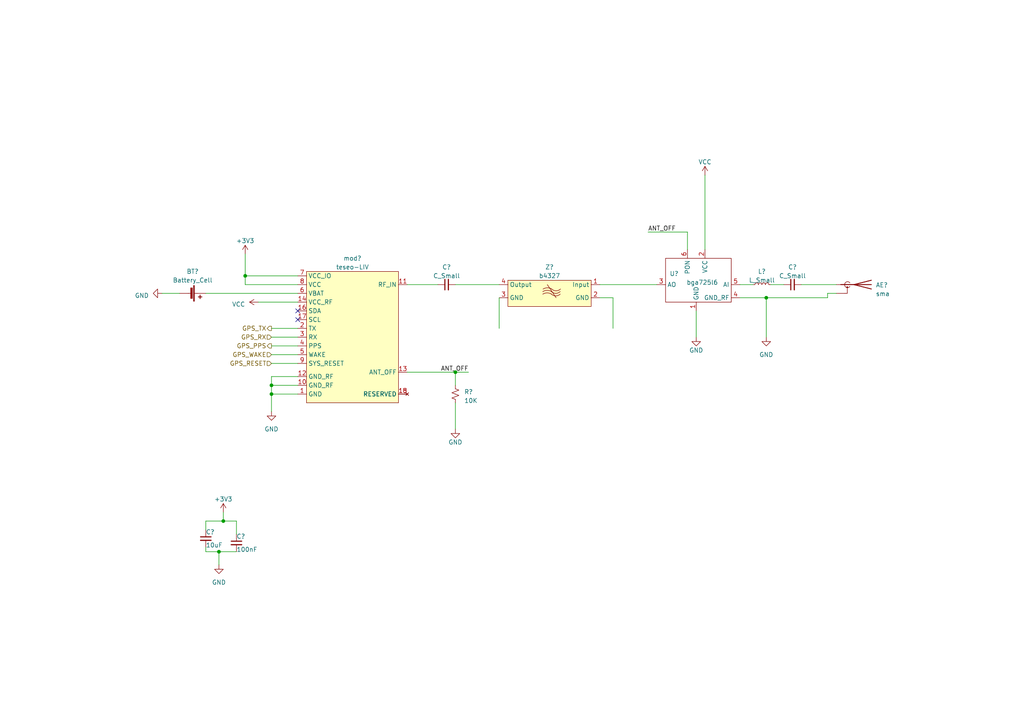
<source format=kicad_sch>
(kicad_sch (version 20210126) (generator eeschema)
  (paper "A4")
  (title_block (title "Asset tracker") (date "2021-04-22") (rev "V0") (company "eurocircutis"))
  (lib_symbols
    (symbol "Device:Antenna_Shield" (pin_numbers hide) (pin_names (offset 1.016) hide)
      (property "Reference" "AE" (at -1.905 4.445 0))
      (property "Value" "Antenna_Shield" (at -1.905 2.54 0))
      (symbol "Antenna_Shield_0_1"
        (arc (start 0 -2.667) (end -0.508 -1.143) (radius (at -0.0254 -1.8542) (length 0.8128) (angles -88.2 124.2)))
        (arc (start 0 -2.667) (end 0.508 -1.143) (radius (at 0.0254 -1.8542) (length 0.8128) (angles -91.8 55.8)))
        (circle (center 0.762 -1.905) (radius 0.1778) (fill (type outline)))
        (polyline (pts (xy 0 -2.54) (xy 0 0)))
        (polyline (pts (xy 0 5.08) (xy 0 -3.81)) (stroke (width 0.254)))
        (polyline (pts (xy 0.762 -1.905) (xy 2.54 -1.905)))
        (polyline (pts (xy 2.54 -2.54) (xy 2.54 -1.905)))
        (polyline (pts (xy 1.27 5.08) (xy 0 0) (xy -1.27 5.08)) (stroke (width 0.254)))
      )
      (symbol "Antenna_Shield_1_1"
        (pin input line (at 0 -5.08 90) (length 2.54) (name "A") (number "1"))
        (pin input line (at 2.54 -5.08 90) (length 2.54) (name "Shield") (number "2"))
      )
    )
    (symbol "Device:Battery_Cell" (pin_numbers hide) (pin_names (offset 0) hide)
      (property "Reference" "BT" (at 2.54 2.54 0))
      (property "Value" "Battery_Cell" (at 2.54 0 0))
      (symbol "Battery_Cell_0_1"
        (rectangle (start -2.286 1.778) (end 2.286 1.524) (fill (type outline)))
        (rectangle (start -1.5748 1.1938) (end 1.4732 0.6858) (fill (type outline)))
        (polyline (pts (xy 0 0.762) (xy 0 0)))
        (polyline (pts (xy 0 1.778) (xy 0 2.54)))
        (polyline (pts (xy 0.508 3.429) (xy 1.524 3.429)) (stroke (width 0.254)))
        (polyline (pts (xy 1.016 3.937) (xy 1.016 2.921)) (stroke (width 0.254)))
      )
      (symbol "Battery_Cell_1_1"
        (pin passive line (at 0 5.08 270) (length 2.54) (name "+") (number "1"))
        (pin passive line (at 0 -2.54 90) (length 2.54) (name "-") (number "2"))
      )
    )
    (symbol "Device:C_Small" (pin_numbers hide) (pin_names (offset 0.254) hide)
      (property "Reference" "C" (at 0.254 1.778 0))
      (property "Value" "C_Small" (at 0.254 -2.032 0))
      (symbol "C_Small_0_1"
        (polyline (pts (xy -1.524 -0.508) (xy 1.524 -0.508)) (stroke (width 0.3302)))
        (polyline (pts (xy -1.524 0.508) (xy 1.524 0.508)) (stroke (width 0.3048)))
      )
      (symbol "C_Small_1_1"
        (pin passive line (at 0 2.54 270) (length 2.032) (name "~") (number "1"))
        (pin passive line (at 0 -2.54 90) (length 2.032) (name "~") (number "2"))
      )
    )
    (symbol "Device:L_Small" (pin_numbers hide) (pin_names (offset 0.254) hide)
      (property "Reference" "L" (at 0.762 1.016 0))
      (property "Value" "L_Small" (at 0.762 -1.016 0))
      (symbol "L_Small_0_1"
        (arc (start 0 -2.032) (end 0 -1.016) (radius (at 0 -1.524) (length 0.508) (angles -89.9 89.9)))
        (arc (start 0 -1.016) (end 0 0) (radius (at 0 -0.508) (length 0.508) (angles -89.9 89.9)))
        (arc (start 0 0) (end 0 1.016) (radius (at 0 0.508) (length 0.508) (angles -89.9 89.9)))
        (arc (start 0 1.016) (end 0 2.032) (radius (at 0 1.524) (length 0.508) (angles -89.9 89.9)))
      )
      (symbol "L_Small_1_1"
        (pin passive line (at 0 2.54 270) (length 0.508) (name "~") (number "1"))
        (pin passive line (at 0 -2.54 90) (length 0.508) (name "~") (number "2"))
      )
    )
    (symbol "Device:R_Small_US" (pin_numbers hide) (pin_names (offset 0.254) hide)
      (property "Reference" "R" (at 0.762 0.508 0))
      (property "Value" "R_Small_US" (at 0.762 -1.016 0))
      (symbol "R_Small_US_1_1"
        (polyline (pts (xy 0 0) (xy 1.016 -0.381) (xy 0 -0.762) (xy -1.016 -1.143) (xy 0 -1.524)))
        (polyline (pts (xy 0 1.524) (xy 1.016 1.143) (xy 0 0.762) (xy -1.016 0.381) (xy 0 0)))
        (pin passive line (at 0 2.54 270) (length 1.016) (name "~") (number "1"))
        (pin passive line (at 0 -2.54 90) (length 1.016) (name "~") (number "2"))
      )
    )
    (symbol "Halfgelijders:bga725l6"
      (property "Reference" "U" (at -8.89 6.35 0))
      (property "Value" "bga725l6" (at -1.27 1.27 0))
      (symbol "bga725l6_0_1"
        (rectangle (start -10.16 7.62) (end 8.89 -5.08) (stroke (width 0.1524)))
      )
      (symbol "bga725l6_1_1"
        (pin power_out line (at 0 -7.62 90) (length 2.54) (name "GND") (number "1"))
        (pin power_in line (at -2.54 10.16 270) (length 2.54) (name "VCC") (number "2"))
        (pin output line (at 11.43 0 180) (length 2.54) (name "AO") (number "3"))
        (pin power_out line (at -12.7 -3.81 0) (length 2.54) (name "GND_RF") (number "4"))
        (pin input line (at -12.7 0 0) (length 2.54) (name "AI") (number "5"))
        (pin output line (at 2.54 10.16 270) (length 2.54) (name "PON") (number "6"))
      )
    )
    (symbol "modulles:teseo-LIV"
      (property "Reference" "mod" (at 12.7 -16.51 0))
      (property "Value" "teseo-LIV" (at 12.7 -21.59 0))
      (symbol "teseo-LIV_0_1"
        (rectangle (start 0 1.27) (end 26.67 -36.83) (stroke (width 0.1524)) (fill (type background)))
      )
      (symbol "teseo-LIV_1_1"
        (pin power_out line (at -2.54 -34.29 0) (length 2.54) (name "GND") (number "1"))
        (pin power_out line (at -2.54 -31.75 0) (length 2.54) (name "GND_RF") (number "10"))
        (pin input line (at 29.21 -2.54 180) (length 2.54) (name "RF_IN") (number "11"))
        (pin power_out line (at -2.54 -29.21 0) (length 2.54) (name "GND_RF") (number "12"))
        (pin output line (at 29.21 -27.94 180) (length 2.54) (name "ANT_OFF") (number "13"))
        (pin power_in line (at -2.54 -7.62 0) (length 2.54) (name "VCC_RF") (number "14"))
        (pin no_connect line (at 29.21 -34.29 180) (length 2.54) (name "RESERVED") (number "15"))
        (pin bidirectional line (at -2.54 -10.16 0) (length 2.54) (name "SDA") (number "16"))
        (pin bidirectional line (at -2.54 -12.7 0) (length 2.54) (name "SCL") (number "17"))
        (pin no_connect line (at 29.21 -34.29 180) (length 2.54) (name "RESERVED") (number "18"))
        (pin output line (at -2.54 -15.24 0) (length 2.54) (name "TX") (number "2"))
        (pin input line (at -2.54 -17.78 0) (length 2.54) (name "RX") (number "3"))
        (pin output line (at -2.54 -20.32 0) (length 2.54) (name "PPS") (number "4"))
        (pin input line (at -2.54 -22.86 0) (length 2.54) (name "WAKE") (number "5"))
        (pin power_in line (at -2.54 -5.08 0) (length 2.54) (name "VBAT") (number "6"))
        (pin power_in line (at -2.54 0 0) (length 2.54) (name "VCC_IO") (number "7"))
        (pin power_in line (at -2.54 -2.54 0) (length 2.54) (name "VCC") (number "8"))
        (pin input line (at -2.54 -25.4 0) (length 2.54) (name "SYS_RESET") (number "9"))
      )
    )
    (symbol "power:+3V3" (power) (pin_names (offset 0))
      (property "Value" "+3V3" (at 0 3.556 0))
      (symbol "+3V3_0_1"
        (polyline (pts (xy -0.762 1.27) (xy 0 2.54)))
        (polyline (pts (xy 0 0) (xy 0 2.54)))
        (polyline (pts (xy 0 2.54) (xy 0.762 1.27)))
      )
      (symbol "+3V3_1_1"
        (pin power_in line (at 0 0 90) (length 0) hide (name "+3V3") (number "1"))
      )
    )
    (symbol "power:GND" (power) (pin_names (offset 0))
      (property "Value" "GND" (at 0 -3.81 0))
      (symbol "GND_0_1"
        (polyline (pts (xy 0 0) (xy 0 -1.27) (xy 1.27 -1.27) (xy 0 -2.54) (xy -1.27 -1.27) (xy 0 -1.27)))
      )
      (symbol "GND_1_1"
        (pin power_in line (at 0 0 270) (length 0) hide (name "GND") (number "1"))
      )
    )
    (symbol "power:VCC" (power) (pin_names (offset 0))
      (property "Value" "VCC" (at 0 3.81 0))
      (symbol "VCC_0_1"
        (polyline (pts (xy -0.762 1.27) (xy 0 2.54)))
        (polyline (pts (xy 0 0) (xy 0 2.54)))
        (polyline (pts (xy 0 2.54) (xy 0.762 1.27)))
      )
      (symbol "VCC_1_1"
        (pin power_in line (at 0 0 90) (length 0) hide (name "VCC") (number "1"))
      )
    )
    (symbol "vanalles:b4327"
      (property "Reference" "Z" (at 0 7.62 0))
      (property "Value" "b4327" (at 0 3.81 0))
      (symbol "b4327_0_1"
        (arc (start -2.54 -1.27) (end 0 -1.27) (radius (at -1.27 0.0001) (length 1.7961) (angles -135 -45)) (stroke (width 0.1524)))
        (arc (start -2.4638 -2.7433) (end 0.0762 -2.7433) (radius (at -1.1938 -1.4732) (length 1.7961) (angles -135 -45)) (stroke (width 0.1524)))
        (arc (start -2.4638 -2.0067) (end 0.0762 -2.0067) (radius (at -1.1938 -0.7366) (length 1.7961) (angles -135 -45)) (stroke (width 0.1524)))
        (arc (start -0.0254 -1.2958) (end 2.5146 -1.2958) (radius (at 1.2446 -3.302) (length 2.3744) (angles 122.3 57.7)) (stroke (width 0.1524)))
        (arc (start 0.0508 -2.7691) (end 2.5908 -2.7691) (radius (at 1.3208 -4.7753) (length 2.3744) (angles 122.3 57.7)) (stroke (width 0.1524)))
        (arc (start 0.0508 -2.0325) (end 2.5908 -2.0325) (radius (at 1.3208 -4.0387) (length 2.3744) (angles 122.3 57.7)) (stroke (width 0.1524)))
        (rectangle (start -11.43 1.27) (end 12.7 -6.35) (stroke (width 0.1524)) (fill (type background)))
        (polyline (pts (xy 1.27 0) (xy -1.27 -3.81)) (stroke (width 0.1524)))
      )
      (symbol "b4327_1_1"
        (pin input line (at -13.97 0 0) (length 2.54) (name "Input") (number "1"))
        (pin power_out line (at -13.97 -3.81 0) (length 2.54) (name "GND") (number "2"))
        (pin power_out line (at 15.24 -3.81 180) (length 2.54) (name "GND") (number "3"))
        (pin output line (at 15.24 0 180) (length 2.54) (name "Output") (number "4"))
        (pin power_out line (at -13.97 -3.81 0) (length 2.54) hide (name "GND") (number "5"))
      )
    )
  )
  (junction (at 63.5 160.02) (diameter 0.9144))
  (junction (at 64.77 151.13) (diameter 0.9144))
  (junction (at 71.12 80.01) (diameter 0.9144))
  (junction (at 78.74 111.76) (diameter 0.9144))
  (junction (at 78.74 114.3) (diameter 0.9144))
  (junction (at 132.08 107.95) (diameter 0.9144))
  (junction (at 222.25 86.36) (diameter 0.9144))
  (no_connect (at 86.36 90.17))
  (no_connect (at 86.36 92.71))
  (wire (pts (xy 46.99 85.09) (xy 52.07 85.09)))
  (wire (pts (xy 59.69 85.09) (xy 86.36 85.09)))
  (wire (pts (xy 59.69 151.13) (xy 59.69 153.67)))
  (wire (pts (xy 59.69 151.13) (xy 64.77 151.13)))
  (wire (pts (xy 59.69 158.75) (xy 59.69 160.02)))
  (wire (pts (xy 59.69 160.02) (xy 63.5 160.02)))
  (wire (pts (xy 63.5 160.02) (xy 68.58 160.02)))
  (wire (pts (xy 63.5 163.83) (xy 63.5 160.02)))
  (wire (pts (xy 64.77 148.59) (xy 64.77 151.13)))
  (wire (pts (xy 64.77 151.13) (xy 68.58 151.13)))
  (wire (pts (xy 68.58 151.13) (xy 68.58 154.94)))
  (wire (pts (xy 71.12 73.66) (xy 71.12 80.01)))
  (wire (pts (xy 71.12 80.01) (xy 71.12 82.55)))
  (wire (pts (xy 71.12 82.55) (xy 86.36 82.55)))
  (wire (pts (xy 74.93 87.63) (xy 86.36 87.63)))
  (wire (pts (xy 78.74 95.25) (xy 86.36 95.25)))
  (wire (pts (xy 78.74 97.79) (xy 86.36 97.79)))
  (wire (pts (xy 78.74 100.33) (xy 86.36 100.33)))
  (wire (pts (xy 78.74 102.87) (xy 86.36 102.87)))
  (wire (pts (xy 78.74 105.41) (xy 86.36 105.41)))
  (wire (pts (xy 78.74 109.22) (xy 86.36 109.22)))
  (wire (pts (xy 78.74 111.76) (xy 78.74 109.22)))
  (wire (pts (xy 78.74 111.76) (xy 86.36 111.76)))
  (wire (pts (xy 78.74 114.3) (xy 78.74 111.76)))
  (wire (pts (xy 78.74 114.3) (xy 86.36 114.3)))
  (wire (pts (xy 78.74 119.38) (xy 78.74 114.3)))
  (wire (pts (xy 86.36 80.01) (xy 71.12 80.01)))
  (wire (pts (xy 118.11 82.55) (xy 127 82.55)))
  (wire (pts (xy 118.11 107.95) (xy 132.08 107.95)))
  (wire (pts (xy 132.08 82.55) (xy 144.78 82.55)))
  (wire (pts (xy 132.08 107.95) (xy 132.08 111.76)))
  (wire (pts (xy 132.08 107.95) (xy 135.89 107.95)))
  (wire (pts (xy 132.08 116.84) (xy 132.08 124.46)))
  (wire (pts (xy 144.78 86.36) (xy 144.78 95.25)))
  (wire (pts (xy 173.99 82.55) (xy 190.5 82.55)))
  (wire (pts (xy 177.8 86.36) (xy 173.99 86.36)))
  (wire (pts (xy 177.8 95.25) (xy 177.8 86.36)))
  (wire (pts (xy 187.96 67.31) (xy 199.39 67.31)))
  (wire (pts (xy 199.39 72.39) (xy 199.39 67.31)))
  (wire (pts (xy 201.93 90.17) (xy 201.93 97.79)))
  (wire (pts (xy 204.47 50.8) (xy 204.47 72.39)))
  (wire (pts (xy 214.63 82.55) (xy 218.44 82.55)))
  (wire (pts (xy 222.25 86.36) (xy 214.63 86.36)))
  (wire (pts (xy 222.25 86.36) (xy 222.25 97.79)))
  (wire (pts (xy 223.52 82.55) (xy 227.33 82.55)))
  (wire (pts (xy 232.41 82.55) (xy 242.57 82.55)))
  (wire (pts (xy 240.03 85.09) (xy 240.03 86.36)))
  (wire (pts (xy 240.03 86.36) (xy 222.25 86.36)))
  (wire (pts (xy 242.57 85.09) (xy 240.03 85.09)))
  (label "ANT_OFF" (at 135.89 107.95 180))
  (label "ANT_OFF" (at 187.96 67.31 0))
  (hierarchical_label "GPS_TX" (shape output) (at 78.74 95.25 180))
  (hierarchical_label "GPS_RX" (shape input) (at 78.74 97.79 180))
  (hierarchical_label "GPS_PPS" (shape output) (at 78.74 100.33 180))
  (hierarchical_label "GPS_WAKE" (shape input) (at 78.74 102.87 180))
  (hierarchical_label "GPS_RESET" (shape input) (at 78.74 105.41 180))
  (symbol (lib_id "power:+3V3") (at 64.77 148.59 0) (unit 1)
    (property "Reference" "#PWR?" (effects hide))
    (property "Value" "+3V3" (at 64.77 144.78 0))
  )
  (symbol (lib_id "power:+3V3") (at 71.12 73.66 0) (unit 1)
    (property "Reference" "#PWR0108" (effects hide))
    (property "Value" "+3V3" (at 71.12 69.85 0))
  )
  (symbol (lib_id "power:VCC") (at 74.93 87.63 90) (unit 1)
    (property "Reference" "#PWR0109" (effects hide))
    (property "Value" "VCC" (at 71.12 88.2649 90) (effects (justify left)))
  )
  (symbol (lib_id "power:VCC") (at 204.47 50.8 0) (unit 1)
    (property "Reference" "#PWR0112" (effects hide))
    (property "Value" "VCC" (at 204.47 46.99 0))
  )
  (symbol (lib_id "Device:L_Small") (at 220.98 82.55 90) (unit 1)
    (property "Reference" "L?" (at 220.98 78.74 90))
    (property "Value" "L_Small" (at 220.98 81.28 90))
  )
  (symbol (lib_id "power:GND") (at 46.99 85.09 270) (unit 1)
    (property "Reference" "#PWR0107" (effects hide))
    (property "Value" "GND" (at 43.18 85.7249 90) (effects (justify right)))
  )
  (symbol (lib_id "power:GND") (at 63.5 163.83 0) (unit 1)
    (property "Reference" "#PWR?" (effects hide))
    (property "Value" "GND" (at 63.5 168.91 0))
  )
  (symbol (lib_id "power:GND") (at 78.74 119.38 0) (unit 1)
    (property "Reference" "#PWR0110" (effects hide))
    (property "Value" "GND" (at 78.74 124.46 0))
  )
  (symbol (lib_id "power:GND") (at 132.08 124.46 0) (unit 1)
    (property "Reference" "#PWR?" (effects hide))
    (property "Value" "GND" (at 132.08 128.27 0))
  )
  (symbol (lib_id "power:GND") (at 201.93 97.79 0) (unit 1)
    (property "Reference" "#PWR0114" (effects hide))
    (property "Value" "GND" (at 201.93 101.6 0))
  )
  (symbol (lib_id "power:GND") (at 222.25 97.79 0) (unit 1)
    (property "Reference" "#PWR0115" (effects hide))
    (property "Value" "GND" (at 222.25 102.87 0))
  )
  (symbol (lib_id "Device:R_Small_US") (at 132.08 114.3 0) (unit 1)
    (property "Reference" "R?" (at 134.62 113.6649 0) (effects (justify left)))
    (property "Value" "10K" (at 134.62 116.2049 0) (effects (justify left)))
  )
  (symbol (lib_id "Device:C_Small") (at 59.69 156.21 0) (unit 1)
    (property "Reference" "C?" (at 59.69 154.3049 0) (effects (justify left)))
    (property "Value" "10uF" (at 59.69 158.1149 0) (effects (justify left)))
  )
  (symbol (lib_id "Device:C_Small") (at 68.58 157.48 0) (unit 1)
    (property "Reference" "C?" (at 68.58 155.5749 0) (effects (justify left)))
    (property "Value" "100nF" (at 68.58 159.3849 0) (effects (justify left)))
  )
  (symbol (lib_id "Device:C_Small") (at 129.54 82.55 90) (unit 1)
    (property "Reference" "C?" (at 129.54 77.47 90))
    (property "Value" "C_Small" (at 129.54 80.01 90))
  )
  (symbol (lib_id "Device:C_Small") (at 229.87 82.55 90) (unit 1)
    (property "Reference" "C?" (at 229.87 77.47 90))
    (property "Value" "C_Small" (at 229.87 80.01 90))
  )
  (symbol (lib_id "Device:Battery_Cell") (at 54.61 85.09 270) (unit 1)
    (property "Reference" "BT?" (at 55.88 78.74 90))
    (property "Value" "Battery_Cell" (at 55.88 81.28 90))
  )
  (symbol (lib_id "Device:Antenna_Shield") (at 247.65 82.55 270) (unit 1)
    (property "Reference" "AE?" (at 254 82.6769 90) (effects (justify left)))
    (property "Value" "sma" (at 254 85.2169 90) (effects (justify left)))
  )
  (symbol (lib_id "vanalles:b4327") (at 160.02 82.55 0) (mirror y) (unit 1)
    (property "Reference" "Z?" (at 159.385 77.47 0))
    (property "Value" "b4327" (at 159.385 80.01 0))
  )
  (symbol (lib_id "Halfgelijders:bga725l6") (at 201.93 82.55 0) (mirror y) (unit 1)
    (property "Reference" "U?" (at 196.85 79.3749 0) (effects (justify left)))
    (property "Value" "bga725l6" (at 208.28 81.9149 0) (effects (justify left)))
  )
  (symbol (lib_id "modulles:teseo-LIV") (at 88.9 80.01 0) (unit 1)
    (property "Reference" "mod?" (at 102.235 74.93 0))
    (property "Value" "teseo-LIV" (at 102.235 77.47 0))
  )
)
</source>
